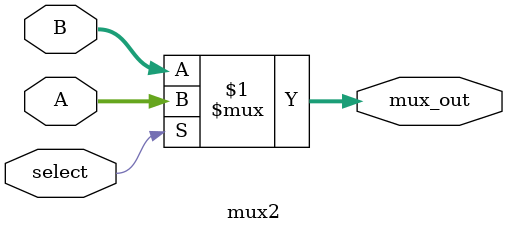
<source format=v>

module mux2(
	input wire [7:0] A,
	input wire [7:0] B,
	input wire select,
	output wire [7:0] mux_out
);

assign mux_out = (select) ? A:B;

endmodule
</source>
